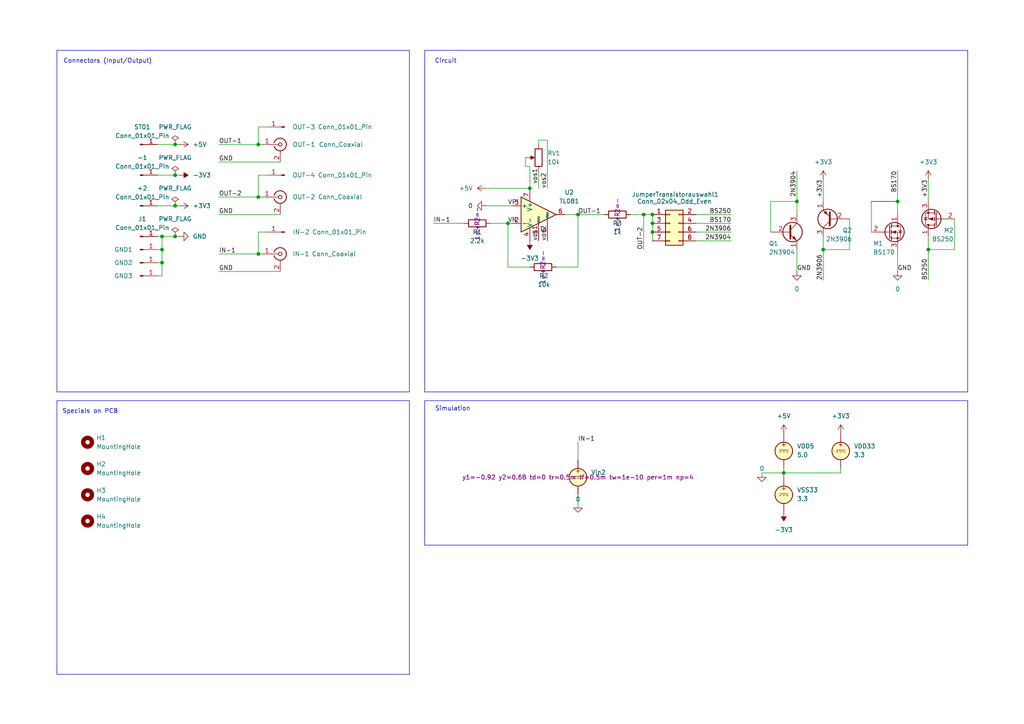
<source format=kicad_sch>
(kicad_sch (version 20250114) (generator "eeschema") (generator_version "9.0")
  (paper "A4")
  (title_block (title "Transistors as Diodes") (date "2025-12-11") (rev "1.2"))
  (lib_symbols
    (symbol "Amplifier_Operational:TL081" (pin_names (offset 0.127))
      (property "Reference" "U" (at 0 6.35 0))
      (property "Value" "TL081" (at 0 3.81 0))
      (symbol "TL081_0_1"
        (polyline (pts (xy -5.08 5.08) (xy 5.08 0) (xy -5.08 -5.08) (xy -5.08 5.08)) (stroke (width 0.254)) (fill (type background)))
      )
      (symbol "TL081_1_1"
        (pin input line (at -7.62 2.54 0) (length 2.54) (name "+") (number "3"))
        (pin input line (at -7.62 -2.54 0) (length 2.54) (name "-") (number "2"))
        (pin power_in line (at -2.54 7.62 270) (length 3.81) (name "V+") (number "7"))
        (pin power_in line (at -2.54 -7.62 90) (length 3.81) (name "V-") (number "4"))
        (pin no_connect line (at 0 2.54 270) (length 2.54) (hide yes) (name "NC") (number "8"))
        (pin input line (at 0 -7.62 90) (length 5.08) (name "NULL") (number "1"))
        (pin input line (at 2.54 -7.62 90) (length 6.35) (name "NULL") (number "5"))
        (pin output line (at 7.62 0 180) (length 2.54) (name "~") (number "6"))
      )
    )
    (symbol "Connector:Conn_01x01_Pin" (pin_names (offset 1.016) (hide yes))
      (property "Reference" "J" (at 0 2.54 0))
      (property "Value" "Conn_01x01_Pin" (at 0 -2.54 0))
      (symbol "Conn_01x01_Pin_1_1"
        (rectangle (start 0.8636 0.127) (end 0 -0.127) (stroke (width 0.1524)) (fill (type outline)))
        (polyline (pts (xy 1.27 0) (xy 0.8636 0)) (stroke (width 0.1524)))
        (pin passive line (at 5.08 0 180) (length 3.81) (name "Pin_1") (number "1"))
      )
    )
    (symbol "Connector:Conn_Coaxial" (pin_names (offset 1.016) (hide yes))
      (property "Reference" "J" (at 0.254 3.048 0))
      (property "Value" "Conn_Coaxial" (at 2.921 0 90))
      (symbol "Conn_Coaxial_0_1"
        (polyline (pts (xy -2.54 0) (xy -0.508 0)))
        (arc (start 1.778 0) (mid 0.222 -1.8079) (end -1.778 -0.508) (stroke (width 0.254)))
        (arc (start -1.778 0.508) (mid 0.2221 1.8084) (end 1.778 0) (stroke (width 0.254)))
        (circle (center 0 0) (radius 0.508) (stroke (width 0.2032)))
        (polyline (pts (xy 0 -2.54) (xy 0 -1.778)))
      )
      (symbol "Conn_Coaxial_1_1"
        (pin passive line (at -5.08 0 0) (length 2.54) (name "In") (number "1"))
        (pin passive line (at 0 -5.08 90) (length 2.54) (name "Ext") (number "2"))
      )
    )
    (symbol "Connector_Generic:Conn_02x04_Odd_Even" (pin_names (offset 1.016) (hide yes))
      (property "Reference" "J" (at 1.27 5.08 0))
      (property "Value" "Conn_02x04_Odd_Even" (at 1.27 -7.62 0))
      (symbol "Conn_02x04_Odd_Even_1_1"
        (rectangle (start -1.27 3.81) (end 3.81 -6.35) (stroke (width 0.254)) (fill (type background)))
        (rectangle (start -1.27 2.667) (end 0 2.413) (stroke (width 0.1524)))
        (rectangle (start -1.27 0.127) (end 0 -0.127) (stroke (width 0.1524)))
        (rectangle (start -1.27 -2.413) (end 0 -2.667) (stroke (width 0.1524)))
        (rectangle (start -1.27 -4.953) (end 0 -5.207) (stroke (width 0.1524)))
        (rectangle (start 3.81 2.667) (end 2.54 2.413) (stroke (width 0.1524)))
        (rectangle (start 3.81 0.127) (end 2.54 -0.127) (stroke (width 0.1524)))
        (rectangle (start 3.81 -2.413) (end 2.54 -2.667) (stroke (width 0.1524)))
        (rectangle (start 3.81 -4.953) (end 2.54 -5.207) (stroke (width 0.1524)))
        (pin passive line (at -5.08 2.54 0) (length 3.81) (name "Pin_1") (number "1"))
        (pin passive line (at -5.08 0 0) (length 3.81) (name "Pin_3") (number "3"))
        (pin passive line (at -5.08 -2.54 0) (length 3.81) (name "Pin_5") (number "5"))
        (pin passive line (at -5.08 -5.08 0) (length 3.81) (name "Pin_7") (number "7"))
        (pin passive line (at 7.62 2.54 180) (length 3.81) (name "Pin_2") (number "2"))
        (pin passive line (at 7.62 0 180) (length 3.81) (name "Pin_4") (number "4"))
        (pin passive line (at 7.62 -2.54 180) (length 3.81) (name "Pin_6") (number "6"))
        (pin passive line (at 7.62 -5.08 180) (length 3.81) (name "Pin_8") (number "8"))
      )
    )
    (symbol "Device:R" (pin_numbers (hide yes)) (pin_names (offset 0))
      (property "Reference" "R" (at 2.032 0 90))
      (property "Value" "R" (at 0 0 90))
      (symbol "R_0_1"
        (rectangle (start -1.016 -2.54) (end 1.016 2.54) (stroke (width 0.254)))
      )
      (symbol "R_1_1"
        (pin passive line (at 0 3.81 270) (length 1.27) (name "~") (number "1"))
        (pin passive line (at 0 -3.81 90) (length 1.27) (name "~") (number "2"))
      )
    )
    (symbol "Device:R_Potentiometer" (pin_numbers (hide yes)) (pin_names (offset 1.016) (hide yes))
      (property "Reference" "RV" (at -4.445 0 90))
      (property "Value" "R_Potentiometer" (at -2.54 0 90))
      (symbol "R_Potentiometer_0_1"
        (rectangle (start 1.016 2.54) (end -1.016 -2.54) (stroke (width 0.254)))
        (polyline (pts (xy 1.143 0) (xy 2.286 0.508) (xy 2.286 -0.508) (xy 1.143 0)) (fill (type outline)))
        (polyline (pts (xy 2.54 0) (xy 1.524 0)))
      )
      (symbol "R_Potentiometer_1_1"
        (pin passive line (at 0 3.81 270) (length 1.27) (name "1") (number "1"))
        (pin passive line (at 0 -3.81 90) (length 1.27) (name "3") (number "3"))
        (pin passive line (at 3.81 0 180) (length 1.27) (name "2") (number "2"))
      )
    )
    (symbol "Mechanical:MountingHole" (pin_names (offset 1.016)) (exclude_from_sim yes) (in_bom no)
      (property "Reference" "H" (at 0 5.08 0))
      (property "Value" "MountingHole" (at 0 3.175 0))
      (symbol "MountingHole_0_1"
        (circle (center 0 0) (radius 1.27) (stroke (width 1.27)))
      )
    )
    (symbol "Simulation_SPICE:0" (power) (pin_numbers (hide yes)) (pin_names (offset 0) (hide yes))
      (property "Value" "0" (at 0 -2.54 0))
      (symbol "0_0_1"
        (polyline (pts (xy -1.27 0) (xy 0 -1.27) (xy 1.27 0) (xy -1.27 0)))
      )
      (symbol "0_1_1"
        (pin power_in line (at 0 0 0) (length 0) (name "~") (number "1"))
      )
    )
    (symbol "Simulation_SPICE:VDC" (pin_numbers (hide yes)) (pin_names (offset 0.0254))
      (property "Reference" "V" (at 2.54 2.54 0))
      (property "Value" "1" (at 2.54 0 0))
      (symbol "VDC_0_0"
        (polyline (pts (xy -1.27 0.254) (xy 1.27 0.254)))
        (polyline (pts (xy -0.762 -0.254) (xy -1.27 -0.254)))
        (polyline (pts (xy 0.254 -0.254) (xy -0.254 -0.254)))
        (polyline (pts (xy 1.27 -0.254) (xy 0.762 -0.254)))
        (text "+" (at 0 1.905 0) (effects (font (size 1.27 1.27))))
      )
      (symbol "VDC_0_1"
        (circle (center 0 0) (radius 2.54) (stroke (width 0.254)) (fill (type background)))
      )
      (symbol "VDC_1_1"
        (pin passive line (at 0 5.08 270) (length 2.54) (name "~") (number "1"))
        (pin passive line (at 0 -5.08 90) (length 2.54) (name "~") (number "2"))
      )
    )
    (symbol "Transistor_BJT:2N3904" (pin_names (offset 0) (hide yes))
      (property "Reference" "Q" (at 5.08 1.905 0))
      (property "Value" "2N3904" (at 5.08 0 0))
      (symbol "2N3904_0_1"
        (polyline (pts (xy 0.635 1.905) (xy 0.635 -1.905) (xy 0.635 -1.905)) (stroke (width 0.508)))
        (polyline (pts (xy 0.635 0.635) (xy 2.54 2.54)))
        (polyline (pts (xy 0.635 -0.635) (xy 2.54 -2.54) (xy 2.54 -2.54)))
        (circle (center 1.27 0) (radius 2.8194) (stroke (width 0.254)))
        (polyline (pts (xy 1.27 -1.778) (xy 1.778 -1.27) (xy 2.286 -2.286) (xy 1.27 -1.778) (xy 1.27 -1.778)) (fill (type outline)))
      )
      (symbol "2N3904_1_1"
        (pin passive line (at -5.08 0 0) (length 5.715) (name "B") (number "2"))
        (pin passive line (at 2.54 5.08 270) (length 2.54) (name "C") (number "3"))
        (pin passive line (at 2.54 -5.08 90) (length 2.54) (name "E") (number "1"))
      )
    )
    (symbol "Transistor_BJT:2N3906" (pin_names (offset 0) (hide yes))
      (property "Reference" "Q" (at 5.08 1.905 0))
      (property "Value" "2N3906" (at 5.08 0 0))
      (symbol "2N3906_0_1"
        (polyline (pts (xy 0.635 1.905) (xy 0.635 -1.905) (xy 0.635 -1.905)) (stroke (width 0.508)))
        (polyline (pts (xy 0.635 0.635) (xy 2.54 2.54)))
        (polyline (pts (xy 0.635 -0.635) (xy 2.54 -2.54) (xy 2.54 -2.54)))
        (circle (center 1.27 0) (radius 2.8194) (stroke (width 0.254)))
        (polyline (pts (xy 2.286 -1.778) (xy 1.778 -2.286) (xy 1.27 -1.27) (xy 2.286 -1.778) (xy 2.286 -1.778)) (fill (type outline)))
      )
      (symbol "2N3906_1_1"
        (pin input line (at -5.08 0 0) (length 5.715) (name "B") (number "2"))
        (pin passive line (at 2.54 5.08 270) (length 2.54) (name "C") (number "3"))
        (pin passive line (at 2.54 -5.08 90) (length 2.54) (name "E") (number "1"))
      )
    )
    (symbol "Transistor_FET:BS170" (pin_names (hide yes))
      (property "Reference" "Q" (at 5.08 1.905 0))
      (property "Value" "BS170" (at 5.08 0 0))
      (symbol "BS170_0_1"
        (polyline (pts (xy 0.254 1.905) (xy 0.254 -1.905)) (stroke (width 0.254)))
        (polyline (pts (xy 0.254 0) (xy -2.54 0)))
        (polyline (pts (xy 0.762 2.286) (xy 0.762 1.27)) (stroke (width 0.254)))
        (polyline (pts (xy 0.762 0.508) (xy 0.762 -0.508)) (stroke (width 0.254)))
        (polyline (pts (xy 0.762 -1.27) (xy 0.762 -2.286)) (stroke (width 0.254)))
        (polyline (pts (xy 0.762 -1.778) (xy 3.302 -1.778) (xy 3.302 1.778) (xy 0.762 1.778)))
        (polyline (pts (xy 1.016 0) (xy 2.032 0.381) (xy 2.032 -0.381) (xy 1.016 0)) (fill (type outline)))
        (circle (center 1.651 0) (radius 2.794) (stroke (width 0.254)))
        (polyline (pts (xy 2.54 2.54) (xy 2.54 1.778)))
        (circle (center 2.54 1.778) (radius 0.254) (fill (type outline)))
        (circle (center 2.54 -1.778) (radius 0.254) (fill (type outline)))
        (polyline (pts (xy 2.54 -2.54) (xy 2.54 0) (xy 0.762 0)))
        (polyline (pts (xy 2.794 0.508) (xy 2.921 0.381) (xy 3.683 0.381) (xy 3.81 0.254)))
        (polyline (pts (xy 3.302 0.381) (xy 2.921 -0.254) (xy 3.683 -0.254) (xy 3.302 0.381)))
      )
      (symbol "BS170_1_1"
        (pin input line (at -5.08 0 0) (length 2.54) (name "G") (number "2"))
        (pin passive line (at 2.54 5.08 270) (length 2.54) (name "D") (number "1"))
        (pin passive line (at 2.54 -5.08 90) (length 2.54) (name "S") (number "3"))
      )
    )
    (symbol "Transistor_FET:BS250" (pin_names (hide yes))
      (property "Reference" "Q" (at 5.08 1.905 0))
      (property "Value" "BS250" (at 5.08 0 0))
      (symbol "BS250_0_1"
        (polyline (pts (xy 0.254 1.905) (xy 0.254 -1.905)) (stroke (width 0.254)))
        (polyline (pts (xy 0.254 0) (xy -2.54 0)))
        (polyline (pts (xy 0.762 2.286) (xy 0.762 1.27)) (stroke (width 0.254)))
        (polyline (pts (xy 0.762 1.778) (xy 3.302 1.778) (xy 3.302 -1.778) (xy 0.762 -1.778)))
        (polyline (pts (xy 0.762 0.508) (xy 0.762 -0.508)) (stroke (width 0.254)))
        (polyline (pts (xy 0.762 -1.27) (xy 0.762 -2.286)) (stroke (width 0.254)))
        (circle (center 1.651 0) (radius 2.794) (stroke (width 0.254)))
        (polyline (pts (xy 2.286 0) (xy 1.27 0.381) (xy 1.27 -0.381) (xy 2.286 0)) (fill (type outline)))
        (polyline (pts (xy 2.54 2.54) (xy 2.54 1.778)))
        (circle (center 2.54 1.778) (radius 0.254) (fill (type outline)))
        (circle (center 2.54 -1.778) (radius 0.254) (fill (type outline)))
        (polyline (pts (xy 2.54 -2.54) (xy 2.54 0) (xy 0.762 0)))
        (polyline (pts (xy 2.794 -0.508) (xy 2.921 -0.381) (xy 3.683 -0.381) (xy 3.81 -0.254)))
        (polyline (pts (xy 3.302 -0.381) (xy 2.921 0.254) (xy 3.683 0.254) (xy 3.302 -0.381)))
      )
      (symbol "BS250_1_1"
        (pin input line (at -5.08 0 0) (length 2.54) (name "G") (number "2"))
        (pin passive line (at 2.54 5.08 270) (length 2.54) (name "D") (number "1"))
        (pin passive line (at 2.54 -5.08 90) (length 2.54) (name "S") (number "3"))
      )
    )
    (symbol "power:+3V3" (power) (pin_numbers (hide yes)) (pin_names (offset 0) (hide yes))
      (property "Value" "+3V3" (at 0 3.556 0))
      (symbol "+3V3_0_1"
        (polyline (pts (xy -0.762 1.27) (xy 0 2.54)))
        (polyline (pts (xy 0 2.54) (xy 0.762 1.27)))
        (polyline (pts (xy 0 0) (xy 0 2.54)))
      )
      (symbol "+3V3_1_1"
        (pin power_in line (at 0 0 90) (length 0) (name "~") (number "1"))
      )
    )
    (symbol "power:+5V" (power) (pin_numbers (hide yes)) (pin_names (offset 0) (hide yes))
      (property "Value" "+5V" (at 0 3.556 0))
      (symbol "+5V_0_1"
        (polyline (pts (xy -0.762 1.27) (xy 0 2.54)))
        (polyline (pts (xy 0 2.54) (xy 0.762 1.27)))
        (polyline (pts (xy 0 0) (xy 0 2.54)))
      )
      (symbol "+5V_1_1"
        (pin power_in line (at 0 0 90) (length 0) (name "~") (number "1"))
      )
    )
    (symbol "power:-3V3" (power) (pin_numbers (hide yes)) (pin_names (offset 0) (hide yes))
      (property "Value" "-3V3" (at 0 3.556 0))
      (symbol "-3V3_0_0"
        (pin power_in line (at 0 0 90) (length 0) (name "~") (number "1"))
      )
      (symbol "-3V3_0_1"
        (polyline (pts (xy 0 0) (xy 0 1.27) (xy 0.762 1.27) (xy 0 2.54) (xy -0.762 1.27) (xy 0 1.27)) (fill (type outline)))
      )
    )
    (symbol "power:GND" (power) (pin_numbers (hide yes)) (pin_names (offset 0) (hide yes))
      (property "Value" "GND" (at 0 -3.81 0))
      (symbol "GND_0_1"
        (polyline (pts (xy 0 0) (xy 0 -1.27) (xy 1.27 -1.27) (xy 0 -2.54) (xy -1.27 -1.27) (xy 0 -1.27)))
      )
      (symbol "GND_1_1"
        (pin power_in line (at 0 0 270) (length 0) (name "~") (number "1"))
      )
    )
    (symbol "power:PWR_FLAG" (power) (pin_numbers (hide yes)) (pin_names (offset 0) (hide yes))
      (property "Value" "PWR_FLAG" (at 0 3.81 0))
      (symbol "PWR_FLAG_0_0"
        (pin power_out line (at 0 0 90) (length 0) (name "~") (number "1"))
      )
      (symbol "PWR_FLAG_0_1"
        (polyline (pts (xy 0 0) (xy 0 1.27) (xy -1.016 1.905) (xy 0 2.54) (xy 1.016 1.905) (xy 0 1.27)))
      )
    )
  )
  (rectangle (start 16.51 14.605) (end 118.745 113.665))
  (rectangle (start 123.19 14.605) (end 280.67 113.665))
  (rectangle (start 123.19 116.205) (end 280.67 158.115))
  (rectangle (start 16.51 116.205) (end 118.745 195.58))
  (text "Specials on PCB\n" (at 26.162 119.38 0) (effects (font (size 1.27 1.27))))
  (text "Connectors (Input/Output)" (at 31.242 17.78 0) (effects (font (size 1.27 1.27))))
  (text "Circuit" (at 129.286 17.78 0) (effects (font (size 1.27 1.27))))
  (text "Simulation" (at 131.318 118.618 0) (effects (font (size 1.27 1.27))))
  (junction (at 189.23 62.23))
  (junction (at 50.8 68.58))
  (junction (at 231.14 58.42))
  (junction (at 50.8 50.8))
  (junction (at 50.8 41.91))
  (junction (at 189.23 67.31))
  (junction (at 74.93 41.91))
  (junction (at 189.23 64.77))
  (junction (at 74.93 57.15))
  (junction (at 147.32 64.77))
  (junction (at 238.76 72.39))
  (junction (at 74.93 73.66))
  (junction (at 227.33 137.16))
  (junction (at 186.69 62.23))
  (junction (at 46.99 68.58))
  (junction (at 153.67 54.61))
  (junction (at 46.99 76.2))
  (junction (at 260.35 58.42))
  (junction (at 269.24 72.39))
  (junction (at 50.8 59.69))
  (junction (at 46.99 72.39))
  (junction (at 167.64 62.23))
  (wire (pts (xy 260.35 49.53) (xy 260.35 58.42)))
  (wire (pts (xy 231.14 58.42) (xy 231.14 62.23)) (stroke (width 0.1524)))
  (wire (pts (xy 158.75 40.64) (xy 158.75 54.61)))
  (wire (pts (xy 147.32 64.77) (xy 148.59 64.77)) (stroke (width 0.1524)))
  (wire (pts (xy 201.93 62.23) (xy 212.09 62.23)))
  (wire (pts (xy 152.4 48.26) (xy 153.67 48.26)))
  (wire (pts (xy 227.33 137.16) (xy 243.84 137.16)))
  (wire (pts (xy 50.8 59.69) (xy 52.07 59.69)))
  (wire (pts (xy 156.21 49.53) (xy 156.21 54.61)))
  (wire (pts (xy 167.64 62.23) (xy 175.26 62.23)) (stroke (width 0.1524)))
  (wire (pts (xy 46.99 68.58) (xy 45.72 68.58)) (stroke (width 0.1524)))
  (wire (pts (xy 189.23 62.23) (xy 186.69 62.23)))
  (wire (pts (xy 223.52 58.42) (xy 231.14 58.42)) (stroke (width 0.1524)))
  (wire (pts (xy 45.72 41.91) (xy 50.8 41.91)))
  (wire (pts (xy 63.5 57.15) (xy 74.93 57.15)))
  (wire (pts (xy 148.59 59.69) (xy 140.97 59.69)) (stroke (width 0.1524)))
  (wire (pts (xy 147.32 77.47) (xy 147.32 64.77)) (stroke (width 0.1524)))
  (wire (pts (xy 45.72 50.8) (xy 50.8 50.8)))
  (wire (pts (xy 74.93 36.83) (xy 74.93 41.91)))
  (wire (pts (xy 45.72 72.39) (xy 46.99 72.39)))
  (wire (pts (xy 220.98 138.43) (xy 220.98 137.16)))
  (wire (pts (xy 50.8 68.58) (xy 46.99 68.58)) (stroke (width 0.1524)))
  (wire (pts (xy 156.21 40.64) (xy 158.75 40.64)))
  (wire (pts (xy 45.72 76.2) (xy 46.99 76.2)))
  (wire (pts (xy 269.24 68.58) (xy 269.24 72.39)))
  (wire (pts (xy 201.93 64.77) (xy 212.09 64.77)))
  (wire (pts (xy 260.35 62.23) (xy 260.35 58.42)) (stroke (width 0.1524)))
  (wire (pts (xy 227.33 137.16) (xy 227.33 138.43)))
  (wire (pts (xy 238.76 68.58) (xy 238.76 72.39)) (stroke (width 0.1524)))
  (wire (pts (xy 74.93 67.31) (xy 74.93 73.66)))
  (wire (pts (xy 63.5 46.99) (xy 81.28 46.99)))
  (wire (pts (xy 189.23 67.31) (xy 189.23 69.85)))
  (wire (pts (xy 46.99 72.39) (xy 46.99 68.58)))
  (wire (pts (xy 269.24 81.28) (xy 269.24 72.39)))
  (wire (pts (xy 167.64 62.23) (xy 163.83 62.23)) (stroke (width 0.1524)))
  (wire (pts (xy 201.93 67.31) (xy 212.09 67.31)))
  (wire (pts (xy 74.93 41.91) (xy 63.5 41.91)))
  (wire (pts (xy 167.64 77.47) (xy 161.29 77.47)) (stroke (width 0.1524)))
  (wire (pts (xy 252.73 67.31) (xy 252.73 58.42)) (stroke (width 0.1524)))
  (wire (pts (xy 276.86 63.5) (xy 276.86 72.39)))
  (wire (pts (xy 231.14 49.53) (xy 231.14 58.42)))
  (wire (pts (xy 46.99 80.01) (xy 46.99 76.2)))
  (wire (pts (xy 156.21 41.91) (xy 156.21 40.64)))
  (wire (pts (xy 153.67 48.26) (xy 153.67 54.61)))
  (wire (pts (xy 238.76 81.28) (xy 238.76 72.39)))
  (wire (pts (xy 152.4 45.72) (xy 152.4 48.26)))
  (wire (pts (xy 238.76 58.42) (xy 238.76 52.07)) (stroke (width 0.1524)))
  (wire (pts (xy 77.47 67.31) (xy 74.93 67.31)))
  (wire (pts (xy 227.33 137.16) (xy 227.33 135.89)))
  (wire (pts (xy 201.93 69.85) (xy 212.09 69.85)))
  (wire (pts (xy 189.23 62.23) (xy 189.23 64.77)))
  (wire (pts (xy 260.35 58.42) (xy 252.73 58.42)))
  (wire (pts (xy 63.5 73.66) (xy 74.93 73.66)))
  (wire (pts (xy 74.93 57.15) (xy 76.2 57.15)))
  (wire (pts (xy 140.97 54.61) (xy 153.67 54.61)))
  (wire (pts (xy 167.64 143.51) (xy 167.64 147.32)))
  (wire (pts (xy 223.52 58.42) (xy 223.52 67.31)))
  (wire (pts (xy 74.93 73.66) (xy 76.2 73.66)))
  (wire (pts (xy 50.8 50.8) (xy 52.07 50.8)))
  (wire (pts (xy 46.99 76.2) (xy 46.99 72.39)))
  (wire (pts (xy 246.38 63.5) (xy 246.38 72.39)))
  (wire (pts (xy 52.07 68.58) (xy 50.8 68.58)) (stroke (width 0.1524)))
  (wire (pts (xy 77.47 50.8) (xy 74.93 50.8)))
  (wire (pts (xy 63.5 78.74) (xy 81.28 78.74)))
  (wire (pts (xy 76.2 41.91) (xy 74.93 41.91)))
  (wire (pts (xy 45.72 59.69) (xy 50.8 59.69)))
  (wire (pts (xy 189.23 64.77) (xy 189.23 67.31)))
  (wire (pts (xy 231.14 72.39) (xy 231.14 78.74)) (stroke (width 0.1524)))
  (wire (pts (xy 260.35 78.74) (xy 260.35 72.39)) (stroke (width 0.1524)))
  (wire (pts (xy 167.64 62.23) (xy 167.64 77.47)) (stroke (width 0.1524)))
  (wire (pts (xy 220.98 137.16) (xy 227.33 137.16)))
  (wire (pts (xy 243.84 135.89) (xy 243.84 137.16)))
  (wire (pts (xy 50.8 41.91) (xy 52.07 41.91)))
  (wire (pts (xy 182.88 62.23) (xy 186.69 62.23)) (stroke (width 0.1524)))
  (wire (pts (xy 246.38 72.39) (xy 238.76 72.39)))
  (wire (pts (xy 45.72 80.01) (xy 46.99 80.01)))
  (wire (pts (xy 167.64 128.27) (xy 167.64 133.35)))
  (wire (pts (xy 186.69 72.39) (xy 186.69 62.23)))
  (wire (pts (xy 63.5 62.23) (xy 81.28 62.23)))
  (wire (pts (xy 276.86 72.39) (xy 269.24 72.39)))
  (wire (pts (xy 74.93 50.8) (xy 74.93 57.15)))
  (wire (pts (xy 125.73 64.77) (xy 134.62 64.77)) (stroke (width 0.1524)))
  (wire (pts (xy 77.47 36.83) (xy 74.93 36.83)))
  (wire (pts (xy 142.24 64.77) (xy 147.32 64.77)) (stroke (width 0.1524)))
  (wire (pts (xy 269.24 58.42) (xy 269.24 52.07)) (stroke (width 0.1524)))
  (wire (pts (xy 252.73 58.42) (xy 260.35 58.42)) (stroke (width 0.1524)))
  (wire (pts (xy 153.67 77.47) (xy 147.32 77.47)) (stroke (width 0.1524)))
  (label "GND" (at 231.14 78.74 0))
  (label "BS170" (at 260.35 49.53 270))
  (label "IN-1" (at 167.64 128.27 0))
  (label "+3V3" (at 238.76 52.07 270))
  (label "GND" (at 63.5 78.74 0))
  (label "VP" (at 147.32 59.69 0))
  (label "OUT-1" (at 167.64 62.23 0))
  (label "BS250" (at 269.24 81.28 90))
  (label "VN" (at 147.32 64.77 0))
  (label "OUT-2" (at 186.69 72.39 90))
  (label "GND" (at 63.5 46.99 0))
  (label "2N3906" (at 212.09 67.31 180))
  (label "OUT-2" (at 63.5 57.15 0))
  (label "vos1" (at 156.21 53.34 90))
  (label "BS170" (at 212.09 64.77 180))
  (label "GND" (at 63.5 62.23 0))
  (label "IN-1" (at 63.5 73.66 0))
  (label "+3V3" (at 269.24 52.07 270))
  (label "vos2" (at 158.75 69.85 90))
  (label "2N3904" (at 231.14 49.53 270))
  (label "IN-1" (at 125.73 64.77 0))
  (label "2N3904" (at 212.09 69.85 180))
  (label "vos2" (at 158.75 54.61 90))
  (label "GND" (at 260.35 78.74 0))
  (label "vos1" (at 156.21 69.85 90))
  (label "OUT-1" (at 63.5 41.91 0))
  (label "BS250" (at 212.09 62.23 180))
  (label "2N3906" (at 238.76 81.28 90))
  (symbol (lib_id "power:GND") (at 52.07 68.58 90) (unit 1)
    (property "Reference" "#PWR05" (effects (hide yes)))
    (property "Value" "GND" (at 55.88 68.5799 90) (effects (justify right)))
    (property "Description" "Power symbol creates a global label with name \"GND\" , ground" (effects (hide yes)))
  )
  (symbol (lib_id "Simulation_SPICE:0") (at 220.98 138.43 0) (unit 1)
    (property "Reference" "#GND02" (effects (hide yes)))
    (property "Value" "0" (at 220.98 135.89 0))
    (property "Datasheet" "https://ngspice.sourceforge.io/docs/ngspice-html-manual/manual.xhtml#subsec_Circuit_elements__device" (effects (hide yes)))
    (property "Description" "0V reference potential for simulation" (effects (hide yes)))
  )
  (symbol (lib_id "Device:R") (at 138.43 64.77 90) (unit 1)
    (property "Reference" "R1" (at 138.43 67.31 90))
    (property "Value" "2.2k" (at 138.43 69.85 90))
    (property "Footprint" "Resistor_THT:R_Axial_DIN0411_L9.9mm_D3.6mm_P15.24mm_Horizontal" (effects (hide yes)))
    (property "Description" "Resistor" (effects (hide yes)))
    (property "Sim.Device" "R" (at 138.43 64.77 0))
    (property "Sim.Pins" "1=+ 2=-" (at 138.43 64.77 0))
  )
  (symbol (lib_id "Mechanical:MountingHole") (at 25.4 143.51 0) (unit 1) (exclude_from_sim yes) (in_bom no)
    (property "Reference" "H3" (at 27.94 142.2399 0) (effects (justify left)))
    (property "Value" "MountingHole" (at 27.94 144.7799 0) (effects (justify left)))
    (property "Footprint" "MountingHole:MountingHole_3.2mm_M3" (effects (hide yes)))
    (property "Description" "Mounting Hole without connection" (effects (hide yes)))
  )
  (symbol (lib_id "Mechanical:MountingHole") (at 25.4 128.27 0) (unit 1) (exclude_from_sim yes) (in_bom no)
    (property "Reference" "H1" (at 27.94 126.9999 0) (effects (justify left)))
    (property "Value" "MountingHole" (at 27.94 129.5399 0) (effects (justify left)))
    (property "Footprint" "MountingHole:MountingHole_3.2mm_M3" (effects (hide yes)))
    (property "Description" "Mounting Hole without connection" (effects (hide yes)))
  )
  (symbol (lib_id "Simulation_SPICE:VDC") (at 227.33 130.81 0) (unit 1)
    (property "Reference" "VDD5" (at 231.14 129.4101 0) (effects (justify left)))
    (property "Value" "5.0" (at 231.14 131.9501 0) (effects (justify left)))
    (property "Datasheet" "https://ngspice.sourceforge.io/docs/ngspice-html-manual/manual.xhtml#sec_Independent_Sources_for" (effects (hide yes)))
    (property "Description" "Voltage source, DC" (effects (hide yes)))
    (property "Sim.Pins" "1=+ 2=-" (effects (hide yes)))
    (property "Sim.Type" "DC" (effects (hide yes)))
    (property "Sim.Device" "V" (effects (hide yes)))
  )
  (symbol (lib_id "power:PWR_FLAG") (at 50.8 68.58 0) (unit 1) (exclude_from_sim yes)
    (property "Reference" "#FLG05" (effects (hide yes)))
    (property "Value" "PWR_FLAG" (at 50.8 63.5 0))
    (property "Description" "Special symbol for telling ERC where power comes from" (effects (hide yes)))
  )
  (symbol (lib_id "Amplifier_Operational:TL081") (at 156.21 62.23 0) (unit 1)
    (property "Reference" "U2" (at 165.1 55.8098 0))
    (property "Value" "TL081" (at 165.1 58.3498 0))
    (property "Datasheet" "http://www.ti.com/lit/ds/symlink/tl081.pdf" (effects (hide yes)))
    (property "Description" "Single JFET-Input Operational Amplifiers, DIP-8/SOIC-8" (effects (hide yes)))
    (property "Sim.Library" "lib/TL082.cir" (effects (hide yes)))
    (property "Sim.Name" "TL082" (effects (hide yes)))
    (property "Sim.Device" "SUBCKT" (effects (hide yes)))
    (property "Sim.Pins" "2=2 3=1 4=4 6=5 7=3" (effects (hide yes)))
  )
  (symbol (lib_id "power:+3V3") (at 238.76 52.07 0) (mirror y) (unit 1)
    (property "Reference" "#PWR010" (effects (hide yes)))
    (property "Value" "+3V3" (at 238.76 46.99 0))
    (property "Description" "Power symbol creates a global label with name \"+3V3\"" (effects (hide yes)))
  )
  (symbol (lib_id "Transistor_BJT:2N3906") (at 241.3 63.5 180) (unit 1)
    (property "Reference" "Q2" (at 247.142 66.802 0) (effects (justify left)))
    (property "Value" "2N3906" (at 247.142 69.342 0) (effects (justify left)))
    (property "Footprint" "Package_TO_SOT_THT:TO-92" (effects (hide yes)))
    (property "Datasheet" "https://www.onsemi.com/pub/Collateral/2N3906-D.PDF" (effects (hide yes)))
    (property "Description" "-0.2A Ic, -40V Vce, Small Signal PNP Transistor, TO-92" (effects (hide yes)))
    (property "Sim.Library" "lib/q2n3906.cir" (effects (hide yes)))
    (property "Sim.Name" "Q2N3906" (effects (hide yes)))
    (property "Sim.Device" "PNP" (effects (hide yes)))
    (property "Sim.Type" "GUMMELPOON" (effects (hide yes)))
    (property "Sim.Pins" "1=E 2=B 3=C" (effects (hide yes)))
  )
  (symbol (lib_id "power:-3V3") (at 52.07 50.8 270) (unit 1)
    (property "Reference" "#PWR02" (effects (hide yes)))
    (property "Value" "-3V3" (at 55.88 50.7999 90) (effects (justify left)))
    (property "Description" "Power symbol creates a global label with name \"-3V3\"" (effects (hide yes)))
  )
  (symbol (lib_id "Device:R_Potentiometer") (at 156.21 45.72 180) (unit 1) (exclude_from_sim yes)
    (property "Reference" "RV1" (at 158.75 44.4499 0) (effects (justify right)))
    (property "Value" "10k" (at 158.75 46.9899 0) (effects (justify right)))
    (property "Footprint" "Potentiometer_THT:Potentiometer_Bourns_3386W_Horizontal" (effects (hide yes)))
    (property "Description" "Potentiometer" (effects (hide yes)))
    (property "Sim.Device" "R" (effects (hide yes)))
    (property "Sim.Type" "POT" (effects (hide yes)))
    (property "Sim.Pins" "1=r0 2=wiper 3=r1" (effects (hide yes)))
    (property "Sim.Params" "r=10k" (effects (hide yes)))
  )
  (symbol (lib_id "Connector:Conn_Coaxial") (at 81.28 57.15 0) (unit 1) (exclude_from_sim yes)
    (property "Reference" "OUT-2" (at 84.836 57.15 0) (effects (justify left)))
    (property "Value" "Conn_Coaxial" (at 92.202 57.1109 0) (effects (justify left)))
    (property "Footprint" "Connector_Coaxial:SMA_Samtec_SMA-J-P-H-ST-EM1_EdgeMount" (effects (hide yes)))
    (property "Description" "coaxial connector (BNC, SMA, SMB, SMC, Cinch/RCA, LEMO, ...)" (effects (hide yes)))
  )
  (symbol (lib_id "power:GND") (at 260.35 78.74 0) (unit 1)
    (property "Reference" "#PWR08" (effects (hide yes)))
    (property "Value" "0" (at 260.35 83.82 0))
    (property "Description" "Power symbol creates a global label with name \"GND\" , ground" (effects (hide yes)))
  )
  (symbol (lib_id "Connector:Conn_01x01_Pin") (at 40.64 50.8 0) (unit 1) (exclude_from_sim yes)
    (property "Reference" "-1" (at 41.275 45.72 0))
    (property "Value" "Conn_01x01_Pin" (at 41.275 48.26 0))
    (property "Footprint" "Connector_PinHeader_2.54mm:PinHeader_1x01_P2.54mm_Horizontal" (effects (hide yes)))
    (property "Description" "Generic connector, single row, 01x01, script generated" (effects (hide yes)))
  )
  (symbol (lib_id "power:GND") (at 140.97 59.69 270) (unit 1)
    (property "Reference" "#PWR06" (effects (hide yes)))
    (property "Value" "0" (at 137.16 59.6899 90) (effects (justify right)))
    (property "Description" "Power symbol creates a global label with name \"GND\" , ground" (effects (hide yes)))
  )
  (symbol (lib_id "Connector:Conn_01x01_Pin") (at 40.64 41.91 0) (unit 1) (exclude_from_sim yes)
    (property "Reference" "ST01" (at 41.275 36.83 0))
    (property "Value" "Conn_01x01_Pin" (at 41.275 39.37 0))
    (property "Footprint" "Connector_PinHeader_2.54mm:PinHeader_1x01_P2.54mm_Horizontal" (effects (hide yes)))
    (property "Description" "Generic connector, single row, 01x01, script generated" (effects (hide yes)))
  )
  (symbol (lib_id "power:-3V3") (at 227.33 148.59 180) (unit 1)
    (property "Reference" "#PWR013" (effects (hide yes)))
    (property "Value" "-3V3" (at 227.33 153.67 0))
    (property "Description" "Power symbol creates a global label with name \"-3V3\"" (effects (hide yes)))
  )
  (symbol (lib_id "Connector:Conn_01x01_Pin") (at 40.64 68.58 0) (unit 1) (exclude_from_sim yes)
    (property "Reference" "J1" (at 41.275 63.5 0))
    (property "Value" "Conn_01x01_Pin" (at 41.275 66.04 0))
    (property "Footprint" "Connector_PinHeader_2.54mm:PinHeader_1x01_P2.54mm_Horizontal" (effects (hide yes)))
    (property "Description" "Generic connector, single row, 01x01, script generated" (effects (hide yes)))
  )
  (symbol (lib_id "Device:R") (at 179.07 62.23 90) (unit 1)
    (property "Reference" "R3" (at 179.07 64.77 90))
    (property "Value" "1k" (at 179.07 67.31 90))
    (property "Footprint" "Resistor_THT:R_Axial_DIN0411_L9.9mm_D3.6mm_P15.24mm_Horizontal" (effects (hide yes)))
    (property "Description" "Resistor" (effects (hide yes)))
    (property "Sim.Device" "R" (at 179.07 62.23 0))
    (property "Sim.Pins" "1=+ 2=-" (at 179.07 62.23 0))
  )
  (symbol (lib_id "Connector:Conn_01x01_Pin") (at 40.64 72.39 0) (unit 1) (exclude_from_sim yes)
    (property "Reference" "GND1" (at 35.814 72.39 0))
    (property "Value" "Conn_01x01_Pin" (effects (hide yes)))
    (property "Footprint" "Connector_PinHeader_2.54mm:PinHeader_1x01_P2.54mm_Vertical" (effects (hide yes)))
    (property "Description" "Generic connector, single row, 01x01, script generated" (effects (hide yes)))
  )
  (symbol (lib_id "Connector:Conn_Coaxial") (at 81.28 73.66 0) (unit 1) (exclude_from_sim yes)
    (property "Reference" "IN-1" (at 84.836 73.66 0) (effects (justify left)))
    (property "Value" "Conn_Coaxial" (at 90.424 73.66 0) (effects (justify left)))
    (property "Footprint" "Connector_Coaxial:SMA_Samtec_SMA-J-P-H-ST-EM1_EdgeMount" (effects (hide yes)))
    (property "Description" "coaxial connector (BNC, SMA, SMB, SMC, Cinch/RCA, LEMO, ...)" (effects (hide yes)))
  )
  (symbol (lib_id "Transistor_FET:BS250") (at 271.78 63.5 180) (unit 1)
    (property "Reference" "M2" (at 276.606 66.802 0) (effects (justify left)))
    (property "Value" "BS250" (at 276.606 69.342 0) (effects (justify left)))
    (property "Footprint" "Package_TO_SOT_THT:TO-92" (effects (hide yes)))
    (property "Datasheet" "http://www.vishay.com/docs/70209/70209.pdf" (effects (hide yes)))
    (property "Description" "-0.18A Id, -45V Vds, P-Channel MOSFET, TO-92" (effects (hide yes)))
    (property "Sim.Library" "lib/bs250.cir" (effects (hide yes)))
    (property "Sim.Name" "BS250" (effects (hide yes)))
    (property "Sim.Device" "SUBCKT" (effects (hide yes)))
    (property "Sim.Pins" "1=1 2=2 3=3" (effects (hide yes)))
  )
  (symbol (lib_id "Connector:Conn_01x01_Pin") (at 40.64 80.01 0) (unit 1) (exclude_from_sim yes)
    (property "Reference" "GND3" (at 35.814 80.01 0))
    (property "Value" "Conn_01x01_Pin" (effects (hide yes)))
    (property "Footprint" "Connector_PinHeader_2.54mm:PinHeader_1x01_P2.54mm_Vertical" (effects (hide yes)))
    (property "Description" "Generic connector, single row, 01x01, script generated" (effects (hide yes)))
  )
  (symbol (lib_id "power:PWR_FLAG") (at 50.8 41.91 0) (unit 1) (exclude_from_sim yes)
    (property "Reference" "#FLG01" (effects (hide yes)))
    (property "Value" "PWR_FLAG" (at 50.8 36.83 0))
    (property "Description" "Special symbol for telling ERC where power comes from" (effects (hide yes)))
  )
  (symbol (lib_id "Simulation_SPICE:0") (at 167.64 147.32 0) (unit 1)
    (property "Reference" "#GND03" (effects (hide yes)))
    (property "Value" "0" (at 167.64 144.78 0))
    (property "Datasheet" "https://ngspice.sourceforge.io/docs/ngspice-html-manual/manual.xhtml#subsec_Circuit_elements__device" (effects (hide yes)))
    (property "Description" "0V reference potential for simulation" (effects (hide yes)))
  )
  (symbol (lib_id "power:+3V3") (at 243.84 125.73 0) (unit 1)
    (property "Reference" "#PWR014" (effects (hide yes)))
    (property "Value" "+3V3" (at 243.84 120.65 0))
    (property "Description" "Power symbol creates a global label with name \"+3V3\"" (effects (hide yes)))
  )
  (symbol (lib_id "Simulation_SPICE:VDC") (at 167.64 138.43 0) (unit 1)
    (property "Reference" "Vin2" (at 171.45 137.0301 0) (effects (justify left)))
    (property "Value" "${SIM.PARAMS}" (effects (hide yes)))
    (property "Datasheet" "https://ngspice.sourceforge.io/docs/ngspice-html-manual/manual.xhtml#sec_Independent_Sources_for" (effects (hide yes)))
    (property "Description" "Voltage source, DC" (effects (hide yes)))
    (property "Sim.Pins" "1=+ 2=-" (effects (hide yes)))
    (property "Sim.Type" "PULSE" (effects (hide yes)))
    (property "Sim.Device" "V" (effects (hide yes)))
    (property "Sim.Params" "y1=-0.92 y2=0.68 td=0 tr=0.5m tf=0.5m tw=1e-10 per=1m np=4" (at 167.64 138.43 0))
  )
  (symbol (lib_id "power:PWR_FLAG") (at 50.8 50.8 0) (unit 1) (exclude_from_sim yes)
    (property "Reference" "#FLG03" (effects (hide yes)))
    (property "Value" "PWR_FLAG" (at 50.8 45.72 0))
    (property "Description" "Special symbol for telling ERC where power comes from" (effects (hide yes)))
  )
  (symbol (lib_id "Device:R") (at 157.48 77.47 90) (unit 1)
    (property "Reference" "R2" (at 157.734 80.01 90))
    (property "Value" "10k" (at 157.734 82.55 90))
    (property "Footprint" "Resistor_THT:R_Axial_DIN0411_L9.9mm_D3.6mm_P15.24mm_Horizontal" (effects (hide yes)))
    (property "Description" "Resistor" (effects (hide yes)))
    (property "Sim.Device" "R" (at 157.48 77.47 0))
    (property "Sim.Pins" "1=+ 2=-" (at 157.48 77.47 0))
  )
  (symbol (lib_id "power:+3V3") (at 269.24 52.07 0) (mirror y) (unit 1)
    (property "Reference" "#PWR09" (effects (hide yes)))
    (property "Value" "+3V3" (at 269.24 46.99 0))
    (property "Description" "Power symbol creates a global label with name \"+3V3\"" (effects (hide yes)))
  )
  (symbol (lib_id "power:PWR_FLAG") (at 50.8 59.69 0) (unit 1) (exclude_from_sim yes)
    (property "Reference" "#FLG04" (effects (hide yes)))
    (property "Value" "PWR_FLAG" (at 50.8 54.61 0))
    (property "Description" "Special symbol for telling ERC where power comes from" (effects (hide yes)))
  )
  (symbol (lib_id "Connector:Conn_01x01_Pin") (at 40.64 76.2 0) (unit 1) (exclude_from_sim yes)
    (property "Reference" "GND2" (at 35.814 76.2 0))
    (property "Value" "Conn_01x01_Pin" (effects (hide yes)))
    (property "Footprint" "Connector_PinHeader_2.54mm:PinHeader_1x01_P2.54mm_Vertical" (effects (hide yes)))
    (property "Description" "Generic connector, single row, 01x01, script generated" (effects (hide yes)))
  )
  (symbol (lib_id "Transistor_BJT:2N3904") (at 228.6 67.31 0) (unit 1)
    (property "Reference" "Q1" (at 223.012 70.612 0) (effects (justify left)))
    (property "Value" "2N3904" (at 223.012 73.152 0) (effects (justify left)))
    (property "Footprint" "Package_TO_SOT_THT:TO-92" (effects (hide yes)))
    (property "Datasheet" "https://www.onsemi.com/pub/Collateral/2N3903-D.PDF" (effects (hide yes)))
    (property "Description" "0.2A Ic, 40V Vce, Small Signal NPN Transistor, TO-92" (effects (hide yes)))
    (property "Sim.Library" "lib/q2n3904.cir" (effects (hide yes)))
    (property "Sim.Name" "Q2N3904" (effects (hide yes)))
    (property "Sim.Device" "NPN" (effects (hide yes)))
    (property "Sim.Type" "GUMMELPOON" (effects (hide yes)))
    (property "Sim.Pins" "1=E 2=B 3=C" (effects (hide yes)))
  )
  (symbol (lib_id "power:GND") (at 231.14 78.74 0) (unit 1)
    (property "Reference" "#PWR07" (effects (hide yes)))
    (property "Value" "0" (at 231.14 83.82 0))
    (property "Description" "Power symbol creates a global label with name \"GND\" , ground" (effects (hide yes)))
  )
  (symbol (lib_id "Connector:Conn_01x01_Pin") (at 82.55 50.8 180) (unit 1) (exclude_from_sim yes)
    (property "Reference" "OUT-4" (at 88.138 50.8 0))
    (property "Value" "Conn_01x01_Pin" (at 100.076 50.8 0))
    (property "Footprint" "Connector_PinHeader_2.54mm:PinHeader_1x01_P2.54mm_Vertical" (effects (hide yes)))
    (property "Description" "Generic connector, single row, 01x01, script generated" (effects (hide yes)))
  )
  (symbol (lib_id "power:-3V3") (at 153.67 69.85 180) (unit 1)
    (property "Reference" "#PWR01" (effects (hide yes)))
    (property "Value" "-3V3" (at 153.67 74.93 0))
    (property "Description" "Power symbol creates a global label with name \"-3V3\"" (effects (hide yes)))
  )
  (symbol (lib_id "power:+5V") (at 140.97 54.61 90) (unit 1)
    (property "Reference" "#PWR011" (effects (hide yes)))
    (property "Value" "+5V" (at 137.16 54.6099 90) (effects (justify left)))
    (property "Description" "Power symbol creates a global label with name \"+5V\"" (effects (hide yes)))
  )
  (symbol (lib_id "Simulation_SPICE:VDC") (at 243.84 130.81 0) (unit 1)
    (property "Reference" "VDD33" (at 247.65 129.4101 0) (effects (justify left)))
    (property "Value" "3.3" (at 247.65 131.9501 0) (effects (justify left)))
    (property "Datasheet" "https://ngspice.sourceforge.io/docs/ngspice-html-manual/manual.xhtml#sec_Independent_Sources_for" (effects (hide yes)))
    (property "Description" "Voltage source, DC" (effects (hide yes)))
    (property "Sim.Pins" "1=+ 2=-" (effects (hide yes)))
    (property "Sim.Type" "DC" (effects (hide yes)))
    (property "Sim.Device" "V" (effects (hide yes)))
  )
  (symbol (lib_id "Mechanical:MountingHole") (at 25.4 135.89 0) (unit 1) (exclude_from_sim yes) (in_bom no)
    (property "Reference" "H2" (at 27.94 134.6199 0) (effects (justify left)))
    (property "Value" "MountingHole" (at 27.94 137.1599 0) (effects (justify left)))
    (property "Footprint" "MountingHole:MountingHole_3.2mm_M3" (effects (hide yes)))
    (property "Description" "Mounting Hole without connection" (effects (hide yes)))
  )
  (symbol (lib_id "Connector_Generic:Conn_02x04_Odd_Even") (at 194.31 64.77 0) (unit 1)
    (property "Reference" "JumperTransistorauswahl1" (at 195.834 56.388 0))
    (property "Value" "Conn_02x04_Odd_Even" (at 195.58 58.42 0))
    (property "Footprint" "Connector_PinHeader_2.54mm:PinHeader_2x04_P2.54mm_Vertical" (effects (hide yes)))
    (property "Description" "Generic connector, double row, 02x04, odd/even pin numbering scheme (row 1 odd numbers, row 2 even numbers), script generated (kicad-library-utils/schlib/autogen/connector/)" (effects (hide yes)))
    (property "Sim.Library" "lib/jumper.cir" (effects (hide yes)))
    (property "Sim.Name" "myjumper" (effects (hide yes)))
    (property "Sim.Device" "SUBCKT" (effects (hide yes)))
    (property "Sim.Pins" "1=1 2=2 3=3 4=4 5=5 6=6 7=7 8=8" (effects (hide yes)))
  )
  (symbol (lib_id "Simulation_SPICE:VDC") (at 227.33 143.51 0) (unit 1)
    (property "Reference" "VSS33" (at 231.14 142.1101 0) (effects (justify left)))
    (property "Value" "3.3" (at 231.14 144.6501 0) (effects (justify left)))
    (property "Datasheet" "https://ngspice.sourceforge.io/docs/ngspice-html-manual/manual.xhtml#sec_Independent_Sources_for" (effects (hide yes)))
    (property "Description" "Voltage source, DC" (effects (hide yes)))
    (property "Sim.Pins" "1=+ 2=-" (effects (hide yes)))
    (property "Sim.Type" "DC" (effects (hide yes)))
    (property "Sim.Device" "V" (effects (hide yes)))
  )
  (symbol (lib_id "power:+5V") (at 52.07 41.91 270) (unit 1)
    (property "Reference" "#PWR03" (effects (hide yes)))
    (property "Value" "+5V" (at 55.88 41.9099 90) (effects (justify left)))
    (property "Description" "Power symbol creates a global label with name \"+5V\"" (effects (hide yes)))
  )
  (symbol (lib_id "Connector:Conn_01x01_Pin") (at 82.55 67.31 180) (unit 1) (exclude_from_sim yes)
    (property "Reference" "IN-2" (at 87.376 67.31 0))
    (property "Value" "Conn_01x01_Pin" (at 98.425 67.31 0))
    (property "Footprint" "Connector_PinHeader_2.54mm:PinHeader_1x01_P2.54mm_Vertical" (effects (hide yes)))
    (property "Description" "Generic connector, single row, 01x01, script generated" (effects (hide yes)))
  )
  (symbol (lib_id "Transistor_FET:BS170") (at 257.81 67.31 0) (unit 1)
    (property "Reference" "M1" (at 253.238 70.612 0) (effects (justify left)))
    (property "Value" "BS170" (at 253.238 73.152 0) (effects (justify left)))
    (property "Footprint" "Package_TO_SOT_THT:TO-92" (effects (hide yes)))
    (property "Datasheet" "https://www.onsemi.com/pub/Collateral/BS170-D.PDF" (effects (hide yes)))
    (property "Description" "0.5A Id, 60V Vds, N-Channel MOSFET, TO-92" (effects (hide yes)))
    (property "Sim.Library" "lib/bs170.cir" (effects (hide yes)))
    (property "Sim.Name" "BS170" (effects (hide yes)))
    (property "Sim.Device" "SUBCKT" (effects (hide yes)))
    (property "Sim.Pins" "1=1 2=2 3=3" (effects (hide yes)))
  )
  (symbol (lib_id "Connector:Conn_01x01_Pin") (at 82.55 36.83 180) (unit 1) (exclude_from_sim yes)
    (property "Reference" "OUT-3" (at 88.138 36.83 0))
    (property "Value" "Conn_01x01_Pin" (at 100.076 36.83 0))
    (property "Footprint" "Connector_PinHeader_2.54mm:PinHeader_1x01_P2.54mm_Vertical" (effects (hide yes)))
    (property "Description" "Generic connector, single row, 01x01, script generated" (effects (hide yes)))
  )
  (symbol (lib_id "power:+5V") (at 227.33 125.73 0) (unit 1)
    (property "Reference" "#PWR012" (effects (hide yes)))
    (property "Value" "+5V" (at 227.33 120.65 0))
    (property "Description" "Power symbol creates a global label with name \"+5V\"" (effects (hide yes)))
  )
  (symbol (lib_id "Mechanical:MountingHole") (at 25.4 151.13 0) (unit 1) (exclude_from_sim yes) (in_bom no)
    (property "Reference" "H4" (at 27.94 149.8599 0) (effects (justify left)))
    (property "Value" "MountingHole" (at 27.94 152.3999 0) (effects (justify left)))
    (property "Footprint" "MountingHole:MountingHole_3.2mm_M3" (effects (hide yes)))
    (property "Description" "Mounting Hole without connection" (effects (hide yes)))
  )
  (symbol (lib_id "power:+3V3") (at 52.07 59.69 270) (unit 1)
    (property "Reference" "#PWR04" (effects (hide yes)))
    (property "Value" "+3V3" (at 55.88 59.6899 90) (effects (justify left)))
    (property "Description" "Power symbol creates a global label with name \"+3V3\"" (effects (hide yes)))
  )
  (symbol (lib_id "Connector:Conn_01x01_Pin") (at 40.64 59.69 0) (unit 1) (exclude_from_sim yes)
    (property "Reference" "+2" (at 41.275 54.61 0))
    (property "Value" "Conn_01x01_Pin" (at 41.275 57.15 0))
    (property "Footprint" "Connector_PinHeader_2.54mm:PinHeader_1x01_P2.54mm_Horizontal" (effects (hide yes)))
    (property "Description" "Generic connector, single row, 01x01, script generated" (effects (hide yes)))
  )
  (symbol (lib_id "Connector:Conn_Coaxial") (at 81.28 41.91 0) (unit 1) (exclude_from_sim yes)
    (property "Reference" "OUT-1" (at 84.836 41.91 0) (effects (justify left)))
    (property "Value" "Conn_Coaxial" (at 92.456 41.91 0) (effects (justify left)))
    (property "Footprint" "Connector_Coaxial:SMA_Samtec_SMA-J-P-H-ST-EM1_EdgeMount" (effects (hide yes)))
    (property "Description" "coaxial connector (BNC, SMA, SMB, SMC, Cinch/RCA, LEMO, ...)" (effects (hide yes)))
  )
)
</source>
